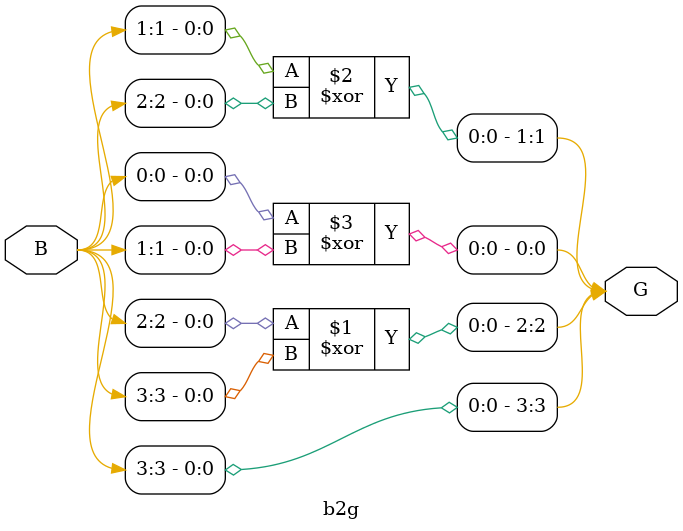
<source format=v>
`timescale 1ns / 1ps

module b2g(
    input [3:0] B,
    output [3:0] G
    );
    
    assign G[3] = B[3];
    assign G[2] = B[2] ^ B[3];
    assign G[1] = B[1] ^ B[2];
    assign G[0] = B[0] ^ B[1];
    
endmodule

</source>
